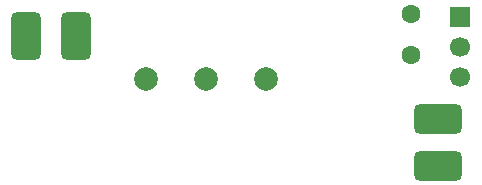
<source format=gbr>
%TF.GenerationSoftware,KiCad,Pcbnew,9.0.2*%
%TF.CreationDate,2025-06-27T10:01:34+02:00*%
%TF.ProjectId,drone_controller,64726f6e-655f-4636-9f6e-74726f6c6c65,rev?*%
%TF.SameCoordinates,Original*%
%TF.FileFunction,Soldermask,Bot*%
%TF.FilePolarity,Negative*%
%FSLAX46Y46*%
G04 Gerber Fmt 4.6, Leading zero omitted, Abs format (unit mm)*
G04 Created by KiCad (PCBNEW 9.0.2) date 2025-06-27 10:01:34*
%MOMM*%
%LPD*%
G01*
G04 APERTURE LIST*
G04 Aperture macros list*
%AMRoundRect*
0 Rectangle with rounded corners*
0 $1 Rounding radius*
0 $2 $3 $4 $5 $6 $7 $8 $9 X,Y pos of 4 corners*
0 Add a 4 corners polygon primitive as box body*
4,1,4,$2,$3,$4,$5,$6,$7,$8,$9,$2,$3,0*
0 Add four circle primitives for the rounded corners*
1,1,$1+$1,$2,$3*
1,1,$1+$1,$4,$5*
1,1,$1+$1,$6,$7*
1,1,$1+$1,$8,$9*
0 Add four rect primitives between the rounded corners*
20,1,$1+$1,$2,$3,$4,$5,0*
20,1,$1+$1,$4,$5,$6,$7,0*
20,1,$1+$1,$6,$7,$8,$9,0*
20,1,$1+$1,$8,$9,$2,$3,0*%
G04 Aperture macros list end*
%ADD10C,2.000000*%
%ADD11R,1.700000X1.700000*%
%ADD12C,1.700000*%
%ADD13C,1.600000*%
%ADD14RoundRect,0.416667X1.583333X0.833333X-1.583333X0.833333X-1.583333X-0.833333X1.583333X-0.833333X0*%
%ADD15RoundRect,0.416667X-0.833333X1.583333X-0.833333X-1.583333X0.833333X-1.583333X0.833333X1.583333X0*%
%ADD16RoundRect,0.416667X-1.583333X-0.833333X1.583333X-0.833333X1.583333X0.833333X-1.583333X0.833333X0*%
G04 APERTURE END LIST*
D10*
%TO.C,SW1*%
X141420000Y-108175000D03*
X151580000Y-108175000D03*
X146500000Y-108175000D03*
%TD*%
D11*
%TO.C,J1*%
X168000000Y-102860000D03*
D12*
X168000000Y-105400000D03*
X168000000Y-107940000D03*
%TD*%
D13*
%TO.C,C1*%
X163800000Y-106150000D03*
X163800000Y-102650000D03*
%TD*%
D14*
%TO.C,P2*%
X166150000Y-115500000D03*
%TD*%
D15*
%TO.C,P4*%
X135500000Y-104500000D03*
%TD*%
%TO.C,P3*%
X131250000Y-104500000D03*
%TD*%
D16*
%TO.C,P1*%
X166150000Y-111500000D03*
%TD*%
M02*

</source>
